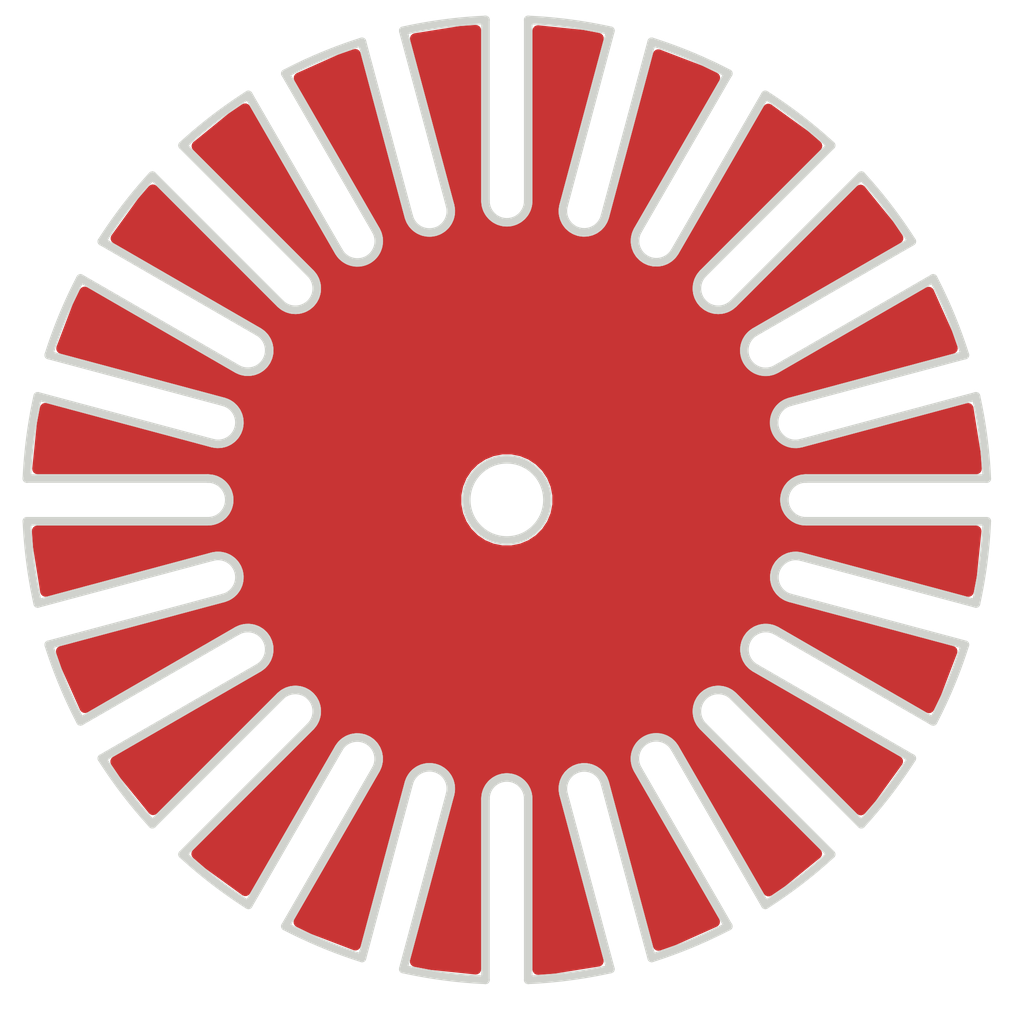
<source format=kicad_pcb>
(kicad_pcb (version 20171130) (host pcbnew 5.1.6)

  (general
    (thickness 1.6002)
    (drawings 97)
    (tracks 0)
    (zones 0)
    (modules 0)
    (nets 1)
  )

  (page A4)
  (title_block
    (rev 1)
  )

  (layers
    (0 Front signal)
    (31 Back signal)
    (34 B.Paste user)
    (35 F.Paste user)
    (36 B.SilkS user)
    (37 F.SilkS user)
    (38 B.Mask user)
    (39 F.Mask user)
    (44 Edge.Cuts user)
    (45 Margin user)
    (46 B.CrtYd user)
    (47 F.CrtYd user)
    (49 F.Fab user)
  )

  (setup
    (last_trace_width 0.25)
    (user_trace_width 0.1)
    (user_trace_width 0.2)
    (user_trace_width 0.5)
    (trace_clearance 0.25)
    (zone_clearance 0)
    (zone_45_only no)
    (trace_min 0.1)
    (via_size 0.8)
    (via_drill 0.4)
    (via_min_size 0.45)
    (via_min_drill 0.2)
    (user_via 0.45 0.2)
    (user_via 0.8 0.4)
    (uvia_size 0.8)
    (uvia_drill 0.4)
    (uvias_allowed no)
    (uvia_min_size 0)
    (uvia_min_drill 0)
    (edge_width 0.1)
    (segment_width 0.1)
    (pcb_text_width 0.3)
    (pcb_text_size 1.5 1.5)
    (mod_edge_width 0.1)
    (mod_text_size 0.8 0.8)
    (mod_text_width 0.1)
    (pad_size 1.524 1.524)
    (pad_drill 0.762)
    (pad_to_mask_clearance 0)
    (solder_mask_min_width 0.1)
    (aux_axis_origin 0 0)
    (visible_elements FFFFFF7F)
    (pcbplotparams
      (layerselection 0x010fc_ffffffff)
      (usegerberextensions false)
      (usegerberattributes false)
      (usegerberadvancedattributes false)
      (creategerberjobfile false)
      (excludeedgelayer true)
      (linewidth 0.152400)
      (plotframeref false)
      (viasonmask false)
      (mode 1)
      (useauxorigin false)
      (hpglpennumber 1)
      (hpglpenspeed 20)
      (hpglpendiameter 15.000000)
      (psnegative false)
      (psa4output false)
      (plotreference true)
      (plotvalue false)
      (plotinvisibletext false)
      (padsonsilk false)
      (subtractmaskfromsilk true)
      (outputformat 1)
      (mirror false)
      (drillshape 0)
      (scaleselection 1)
      (outputdirectory "./gerbers_for_aisler"))
  )

  (net 0 "")

  (net_class Default "This is the default net class."
    (clearance 0.25)
    (trace_width 0.25)
    (via_dia 0.8)
    (via_drill 0.4)
    (uvia_dia 0.8)
    (uvia_drill 0.4)
    (diff_pair_width 0.25)
    (diff_pair_gap 0.25)
  )

  (net_class Min "This is the bare minimum allowed."
    (clearance 0.1)
    (trace_width 0.1)
    (via_dia 0.45)
    (via_drill 0.2)
    (uvia_dia 0.45)
    (uvia_drill 0.2)
    (diff_pair_width 0.12)
    (diff_pair_gap 0.12)
  )

  (gr_line (start 146.867929 100.205304) (end 151.106812 100.205304) (layer Edge.Cuts) (width 0.2))
  (gr_line (start 146.5 98.410608) (end 150.594447 97.313505) (layer Edge.Cuts) (width 0.2))
  (gr_line (start 146.758819 102.034074) (end 150.853266 103.131178) (layer Edge.Cuts) (width 0.2))
  (gr_line (start 134.564629 96.10911) (end 131.567285 93.111767) (layer Edge.Cuts) (width 0.2))
  (gr_arc (start 143.367929 106.767481) (end 143.800941 106.517481) (angle -180) (layer Edge.Cuts) (width 0.2))
  (gr_arc (start 133.106449 102.517037) (end 133.235858 103) (angle -180) (layer Edge.Cuts) (width 0.2))
  (gr_arc (start 136.367929 106.767481) (end 136.800942 107.017481) (angle -180) (layer Edge.Cuts) (width 0.2))
  (gr_line (start 140.367929 93.705304) (end 140.367929 89.466421) (layer Edge.Cuts) (width 0.2))
  (gr_line (start 135.934917 94.893127) (end 133.815475 91.222146) (layer Edge.Cuts) (width 0.2))
  (gr_line (start 133.235858 103) (end 129.141411 104.097103) (layer Edge.Cuts) (width 0.2))
  (gr_arc (start 134.918182 95.755557) (end 134.564629 96.10911) (angle -180) (layer Edge.Cuts) (width 0.2))
  (gr_line (start 138.539159 107.596194) (end 137.442055 111.690641) (layer Edge.Cuts) (width 0.2))
  (gr_arc (start 139.867929 100.705304) (end 151.106812 100.205305) (angle -9.905363635) (layer Edge.Cuts) (width 0.2))
  (gr_arc (start 136.36793 94.643127) (end 135.934917 94.893127) (angle -180) (layer Edge.Cuts) (width 0.2))
  (gr_line (start 145.171229 105.301498) (end 148.168573 108.298841) (layer Edge.Cuts) (width 0.2))
  (gr_arc (start 133.106449 98.893571) (end 132.977039 99.376534) (angle -180) (layer Edge.Cuts) (width 0.2))
  (gr_line (start 142.934916 107.017481) (end 145.054357 110.688462) (layer Edge.Cuts) (width 0.2))
  (gr_line (start 132.867929 101.205303) (end 128.629046 101.205303) (layer Edge.Cuts) (width 0.2))
  (gr_arc (start 134.918182 105.655051) (end 135.271735 106.008604) (angle -180) (layer Edge.Cuts) (width 0.2))
  (gr_arc (start 139.867929 100.705304) (end 137.442055 111.690641) (angle -9.905363635) (layer Edge.Cuts) (width 0.2))
  (gr_arc (start 139.867929 107.705304) (end 140.367928 107.705304) (angle -180) (layer Edge.Cuts) (width 0.2))
  (gr_line (start 136.800942 107.017481) (end 134.681501 110.688462) (layer Edge.Cuts) (width 0.2))
  (gr_line (start 133.555752 97.638317) (end 129.884771 95.518876) (layer Edge.Cuts) (width 0.2))
  (gr_arc (start 133.805752 104.205304) (end 134.055752 104.638316) (angle -180) (layer Edge.Cuts) (width 0.2))
  (gr_line (start 146.758819 99.376534) (end 150.853266 98.27943) (layer Edge.Cuts) (width 0.2))
  (gr_arc (start 139.867929 100.705304) (end 133.815475 91.222146) (angle -9.905363635) (layer Edge.Cuts) (width 0.2))
  (gr_line (start 134.055752 104.638316) (end 130.384771 106.757758) (layer Edge.Cuts) (width 0.2))
  (gr_arc (start 145.930106 97.205305) (end 145.680106 96.772292) (angle -180) (layer Edge.Cuts) (width 0.2))
  (gr_line (start 132.977039 99.376534) (end 128.882592 98.27943) (layer Edge.Cuts) (width 0.2))
  (gr_line (start 145.680106 96.772292) (end 149.351087 94.65285) (layer Edge.Cuts) (width 0.2))
  (gr_arc (start 139.867929 100.705304) (end 149.851087 105.891732) (angle -9.905363635) (layer Edge.Cuts) (width 0.2))
  (gr_arc (start 144.817676 105.655051) (end 145.171229 105.301498) (angle -180) (layer Edge.Cuts) (width 0.2))
  (gr_line (start 142.162625 107.337375) (end 143.259728 111.431822) (layer Edge.Cuts) (width 0.2))
  (gr_circle (center 139.867929 100.705304) (end 140.817929 100.705304) (layer Edge.Cuts) (width 0.2))
  (gr_arc (start 139.867929 100.705304) (end 129.884771 95.518876) (angle -9.905363635) (layer Edge.Cuts) (width 0.2))
  (gr_line (start 139.367929 107.705304) (end 139.367929 111.944187) (layer Edge.Cuts) (width 0.2))
  (gr_arc (start 139.867929 100.705304) (end 134.681501 110.688462) (angle -9.905363635) (layer Edge.Cuts) (width 0.2))
  (gr_arc (start 139.867929 100.705304) (end 136.47613 89.978786) (angle -9.905363635) (layer Edge.Cuts) (width 0.2))
  (gr_line (start 143.800941 94.893127) (end 145.920383 91.222146) (layer Edge.Cuts) (width 0.2))
  (gr_line (start 145.171229 96.10911) (end 148.168573 93.111767) (layer Edge.Cuts) (width 0.2))
  (gr_line (start 139.36793 93.705304) (end 139.36793 89.466421) (layer Edge.Cuts) (width 0.2))
  (gr_arc (start 138.056196 93.943824) (end 137.573233 94.073233) (angle -180) (layer Edge.Cuts) (width 0.2))
  (gr_arc (start 139.867929 100.705304) (end 140.367928 111.944187) (angle -9.905363635) (layer Edge.Cuts) (width 0.2))
  (gr_arc (start 139.867929 100.705304) (end 145.054357 90.722146) (angle -9.905363635) (layer Edge.Cuts) (width 0.2))
  (gr_line (start 142.162625 94.073233) (end 143.259728 89.978786) (layer Edge.Cuts) (width 0.2))
  (gr_line (start 141.196699 93.814414) (end 142.293803 89.719967) (layer Edge.Cuts) (width 0.2))
  (gr_arc (start 139.867929 100.705304) (end 149.351087 94.65285) (angle -9.905363635) (layer Edge.Cuts) (width 0.2))
  (gr_line (start 132.977039 102.034074) (end 128.882592 103.131178) (layer Edge.Cuts) (width 0.2))
  (gr_arc (start 141.679662 93.943824) (end 141.196699 93.814414) (angle -180) (layer Edge.Cuts) (width 0.2))
  (gr_arc (start 139.867929 100.705304) (end 139.367929 89.466421) (angle -9.905363635) (layer Edge.Cuts) (width 0.2))
  (gr_line (start 134.055752 96.772292) (end 130.384771 94.65285) (layer Edge.Cuts) (width 0.2))
  (gr_line (start 135.271735 95.402004) (end 132.274392 92.40466) (layer Edge.Cuts) (width 0.2))
  (gr_line (start 146.180106 97.638317) (end 149.851087 95.518876) (layer Edge.Cuts) (width 0.2))
  (gr_arc (start 139.867929 100.705304) (end 128.882592 98.27943) (angle -9.905363635) (layer Edge.Cuts) (width 0.2))
  (gr_arc (start 139.867929 100.705304) (end 142.293803 89.719967) (angle -9.905363635) (layer Edge.Cuts) (width 0.2))
  (gr_line (start 146.180106 103.772291) (end 149.851087 105.891732) (layer Edge.Cuts) (width 0.2))
  (gr_arc (start 139.867929 93.705304) (end 139.36793 93.705304) (angle -180) (layer Edge.Cuts) (width 0.2))
  (gr_arc (start 143.367929 94.643127) (end 142.934916 94.393127) (angle -180) (layer Edge.Cuts) (width 0.2))
  (gr_arc (start 145.930106 104.205304) (end 146.180106 103.772291) (angle -180) (layer Edge.Cuts) (width 0.2))
  (gr_line (start 142.934916 94.393127) (end 145.054357 90.722146) (layer Edge.Cuts) (width 0.2))
  (gr_line (start 138.539159 93.814414) (end 137.442055 89.719967) (layer Edge.Cuts) (width 0.2))
  (gr_line (start 137.573233 107.337375) (end 136.47613 111.431822) (layer Edge.Cuts) (width 0.2))
  (gr_arc (start 133.805752 97.205305) (end 133.555752 97.638317) (angle -180) (layer Edge.Cuts) (width 0.2))
  (gr_arc (start 139.867929 100.705304) (end 148.168573 108.298841) (angle -9.905363635) (layer Edge.Cuts) (width 0.2))
  (gr_line (start 137.573233 94.073233) (end 136.47613 89.978786) (layer Edge.Cuts) (width 0.2))
  (gr_line (start 136.800942 94.393127) (end 134.681501 90.722146) (layer Edge.Cuts) (width 0.2))
  (gr_arc (start 138.056196 107.466784) (end 138.539159 107.596194) (angle -180) (layer Edge.Cuts) (width 0.2))
  (gr_line (start 144.464123 106.008604) (end 147.461466 109.005948) (layer Edge.Cuts) (width 0.2))
  (gr_arc (start 139.867929 100.705304) (end 147.461466 92.40466) (angle -9.905363635) (layer Edge.Cuts) (width 0.2))
  (gr_line (start 145.680106 104.638316) (end 149.351087 106.757758) (layer Edge.Cuts) (width 0.2))
  (gr_line (start 132.867929 100.205304) (end 128.629046 100.205304) (layer Edge.Cuts) (width 0.2))
  (gr_arc (start 139.867929 100.705304) (end 131.567285 93.111767) (angle -9.905363635) (layer Edge.Cuts) (width 0.2))
  (gr_arc (start 139.867929 100.705304) (end 143.259728 111.431822) (angle -9.905363635) (layer Edge.Cuts) (width 0.2))
  (gr_line (start 135.934917 106.517481) (end 133.815475 110.188462) (layer Edge.Cuts) (width 0.2))
  (gr_arc (start 144.817676 95.755557) (end 144.464123 95.402004) (angle -180) (layer Edge.Cuts) (width 0.2))
  (gr_line (start 134.564629 105.301498) (end 131.567285 108.298841) (layer Edge.Cuts) (width 0.2))
  (gr_line (start 133.235858 98.410608) (end 129.141411 97.313505) (layer Edge.Cuts) (width 0.2))
  (gr_line (start 140.367928 107.705304) (end 140.367928 111.944187) (layer Edge.Cuts) (width 0.2))
  (gr_arc (start 139.867929 100.705304) (end 128.629046 101.205303) (angle -9.905363635) (layer Edge.Cuts) (width 0.2))
  (gr_line (start 144.464123 95.402004) (end 147.461466 92.40466) (layer Edge.Cuts) (width 0.2))
  (gr_arc (start 139.867929 100.705304) (end 130.384771 106.757758) (angle -9.905363635) (layer Edge.Cuts) (width 0.2))
  (gr_arc (start 139.867929 100.705304) (end 132.274392 109.005948) (angle -9.905363635) (layer Edge.Cuts) (width 0.2))
  (gr_arc (start 139.867929 100.705304) (end 145.920383 110.188462) (angle -9.905363635) (layer Edge.Cuts) (width 0.2))
  (gr_arc (start 132.867929 100.705304) (end 132.867929 101.205303) (angle -180) (layer Edge.Cuts) (width 0.2))
  (gr_line (start 141.196699 107.596194) (end 142.293803 111.690641) (layer Edge.Cuts) (width 0.2))
  (gr_arc (start 146.629409 98.893571) (end 146.5 98.410608) (angle -180) (layer Edge.Cuts) (width 0.2))
  (gr_line (start 133.555752 103.772291) (end 129.884771 105.891732) (layer Edge.Cuts) (width 0.2))
  (gr_line (start 135.271735 106.008604) (end 132.274392 109.005948) (layer Edge.Cuts) (width 0.2))
  (gr_line (start 143.800941 106.517481) (end 145.920383 110.188462) (layer Edge.Cuts) (width 0.2))
  (gr_arc (start 139.867929 100.705304) (end 150.594447 97.313505) (angle -9.905363635) (layer Edge.Cuts) (width 0.2))
  (gr_arc (start 139.867929 100.705304) (end 129.141411 104.097103) (angle -9.905363635) (layer Edge.Cuts) (width 0.2))
  (gr_arc (start 139.867929 100.705304) (end 150.853266 103.131178) (angle -9.905363635) (layer Edge.Cuts) (width 0.2))
  (gr_line (start 146.867929 101.205304) (end 151.106812 101.205304) (layer Edge.Cuts) (width 0.2))
  (gr_arc (start 146.867929 100.705304) (end 146.867929 100.205304) (angle -180) (layer Edge.Cuts) (width 0.2))
  (gr_arc (start 141.679662 107.466784) (end 142.162625 107.337375) (angle -180) (layer Edge.Cuts) (width 0.2))
  (gr_arc (start 146.629409 102.517037) (end 146.758819 102.034074) (angle -180) (layer Edge.Cuts) (width 0.2))
  (gr_line (start 146.5 103) (end 150.594447 104.097103) (layer Edge.Cuts) (width 0.2))

  (zone (net 0) (net_name "") (layer Front) (tstamp 0) (hatch edge 0.508)
    (connect_pads yes (clearance 0))
    (min_thickness 0.254)
    (fill yes (arc_segments 32) (thermal_gap 0.508) (thermal_bridge_width 0.508))
    (polygon
      (pts
        (xy 152 113) (xy 128 113) (xy 128 89) (xy 152 89)
      )
    )
    (filled_polygon
      (pts
        (xy 139.14093 93.716451) (xy 139.142062 93.727944) (xy 139.142062 93.734436) (xy 139.142394 93.737587) (xy 139.153271 93.834562)
        (xy 139.157541 93.854655) (xy 139.161544 93.87487) (xy 139.162479 93.87789) (xy 139.162481 93.877897) (xy 139.162484 93.877903)
        (xy 139.191988 93.970913) (xy 139.200079 93.989792) (xy 139.207933 94.008846) (xy 139.209441 94.011634) (xy 139.256452 94.097145)
        (xy 139.268054 94.114089) (xy 139.279461 94.131258) (xy 139.281477 94.133694) (xy 139.281481 94.1337) (xy 139.281486 94.133705)
        (xy 139.344206 94.208453) (xy 139.358891 94.222833) (xy 139.373404 94.237448) (xy 139.37586 94.239451) (xy 139.45191 94.300595)
        (xy 139.469114 94.311853) (xy 139.486181 94.323365) (xy 139.488979 94.324853) (xy 139.575457 94.370063) (xy 139.59454 94.377773)
        (xy 139.6135 94.385743) (xy 139.616534 94.386659) (xy 139.710147 94.414211) (xy 139.730333 94.418062) (xy 139.750512 94.422204)
        (xy 139.753662 94.422513) (xy 139.753666 94.422513) (xy 139.850847 94.431357) (xy 139.871421 94.431214) (xy 139.891994 94.431357)
        (xy 139.895148 94.431048) (xy 139.89515 94.431048) (xy 139.992196 94.420847) (xy 140.012325 94.416715) (xy 140.03256 94.412855)
        (xy 140.035594 94.411939) (xy 140.128812 94.383083) (xy 140.147743 94.375125) (xy 140.166855 94.367403) (xy 140.169653 94.365915)
        (xy 140.255491 94.319502) (xy 140.272533 94.308007) (xy 140.289765 94.296731) (xy 140.292221 94.294728) (xy 140.367409 94.232526)
        (xy 140.381902 94.217932) (xy 140.396606 94.203533) (xy 140.398621 94.201097) (xy 140.398627 94.201091) (xy 140.398631 94.201084)
        (xy 140.460301 94.12547) (xy 140.47167 94.108358) (xy 140.483311 94.091357) (xy 140.484815 94.088574) (xy 140.484818 94.08857)
        (xy 140.48482 94.088566) (xy 140.53063 94.002409) (xy 140.538462 93.983408) (xy 140.546575 93.964478) (xy 140.54751 93.961456)
        (xy 140.547513 93.961449) (xy 140.547514 93.961442) (xy 140.575717 93.868032) (xy 140.57971 93.84787) (xy 140.583992 93.827723)
        (xy 140.584323 93.824571) (xy 140.593845 93.727454) (xy 140.594929 93.716452) (xy 140.594929 89.718077) (xy 141.64268 89.826302)
        (xy 142.011368 89.896966) (xy 140.974549 93.766431) (xy 140.972669 93.777819) (xy 140.970987 93.784096) (xy 140.970491 93.787226)
        (xy 140.955899 93.883712) (xy 140.954824 93.904227) (xy 140.953459 93.924788) (xy 140.953581 93.927954) (xy 140.958008 94.025436)
        (xy 140.960935 94.045746) (xy 140.963592 94.066201) (xy 140.964326 94.069283) (xy 140.987602 94.16405) (xy 140.994434 94.183452)
        (xy 141.000999 94.202958) (xy 141.002315 94.205831) (xy 141.002317 94.205837) (xy 141.002319 94.20584) (xy 141.04356 94.29428)
        (xy 141.054025 94.311975) (xy 141.064257 94.329841) (xy 141.066111 94.332411) (xy 141.123743 94.411157) (xy 141.137453 94.42649)
        (xy 141.150954 94.442022) (xy 141.153272 94.444183) (xy 141.225102 94.510235) (xy 141.241508 94.522598) (xy 141.257792 94.535229)
        (xy 141.260486 94.536899) (xy 141.343778 94.58774) (xy 141.362315 94.596701) (xy 141.380695 94.605905) (xy 141.383657 94.607018)
        (xy 141.383665 94.607022) (xy 141.383673 94.607024) (xy 141.475242 94.640716) (xy 141.495142 94.6459) (xy 141.51499 94.651367)
        (xy 141.518109 94.651883) (xy 141.518114 94.651884) (xy 141.518119 94.651884) (xy 141.614498 94.667149) (xy 141.635032 94.668369)
        (xy 141.655555 94.669876) (xy 141.658722 94.669777) (xy 141.756233 94.666031) (xy 141.776582 94.663243) (xy 141.797036 94.660732)
        (xy 141.800124 94.660019) (xy 141.895051 94.637405) (xy 141.9145 94.630708) (xy 141.934051 94.62428) (xy 141.936942 94.622981)
        (xy 142.025668 94.582359) (xy 142.043478 94.571993) (xy 142.061374 94.561909) (xy 142.063958 94.560073) (xy 142.143104 94.502991)
        (xy 142.158537 94.489385) (xy 142.174159 94.475995) (xy 142.176336 94.473693) (xy 142.242887 94.402325) (xy 142.255362 94.386009)
        (xy 142.268106 94.369813) (xy 142.269795 94.367131) (xy 142.321217 94.284196) (xy 142.330282 94.265773) (xy 142.339641 94.247405)
        (xy 142.340776 94.244446) (xy 142.37511 94.153103) (xy 142.375114 94.153089) (xy 142.379004 94.142753) (xy 143.41386 90.280618)
        (xy 144.397889 90.656329) (xy 144.735736 90.820015) (xy 142.732755 94.289282) (xy 142.727992 94.299795) (xy 142.724743 94.305422)
        (xy 142.723454 94.308317) (xy 142.684386 94.397739) (xy 142.678037 94.417278) (xy 142.671397 94.436785) (xy 142.670695 94.439875)
        (xy 142.649741 94.535181) (xy 142.647309 94.555579) (xy 142.644584 94.576003) (xy 142.644496 94.579171) (xy 142.642452 94.676732)
        (xy 142.644029 94.69723) (xy 142.645322 94.717783) (xy 142.645851 94.720907) (xy 142.662797 94.817008) (xy 142.66833 94.836825)
        (xy 142.673585 94.856712) (xy 142.67471 94.859675) (xy 142.709998 94.950654) (xy 142.719279 94.969027) (xy 142.728295 94.987512)
        (xy 142.729974 94.990199) (xy 142.782262 95.072591) (xy 142.794907 95.088776) (xy 142.807367 95.105191) (xy 142.809532 95.107496)
        (xy 142.809537 95.107502) (xy 142.809542 95.107507) (xy 142.876832 95.178168) (xy 142.892408 95.191614) (xy 142.907792 95.205272)
        (xy 142.910368 95.207117) (xy 142.990108 95.263367) (xy 143.008016 95.27354) (xy 143.025744 95.283941) (xy 143.02863 95.285251)
        (xy 143.117777 95.32494) (xy 143.137252 95.331419) (xy 143.156726 95.3382) (xy 143.159812 95.338923) (xy 143.159815 95.338924)
        (xy 143.159818 95.338924) (xy 143.254968 95.360543) (xy 143.275371 95.363121) (xy 143.295758 95.365986) (xy 143.298919 95.366097)
        (xy 143.298925 95.366097) (xy 143.39647 95.368821) (xy 143.417004 95.367385) (xy 143.437535 95.366237) (xy 143.440663 95.36573)
        (xy 143.440667 95.36573) (xy 143.536881 95.349456) (xy 143.556744 95.344059) (xy 143.576662 95.338945) (xy 143.579633 95.337841)
        (xy 143.670856 95.303189) (xy 143.689257 95.294054) (xy 143.707839 95.285151) (xy 143.710539 95.28349) (xy 143.793294 95.231779)
        (xy 143.8096 95.219222) (xy 143.826069 95.206901) (xy 143.828394 95.204748) (xy 143.899529 95.137948) (xy 143.913064 95.122488)
        (xy 143.926849 95.107177) (xy 143.928707 95.104619) (xy 143.928711 95.104614) (xy 143.928714 95.104609) (xy 143.985516 95.025268)
        (xy 143.985525 95.025253) (xy 143.991954 95.016281) (xy 145.991143 91.553586) (xy 146.844413 92.171189) (xy 147.128371 92.416728)
        (xy 144.295727 95.249374) (xy 144.288405 95.258296) (xy 144.28381 95.262891) (xy 144.281816 95.265354) (xy 144.220936 95.341617)
        (xy 144.209741 95.358856) (xy 144.198284 95.37597) (xy 144.19681 95.378768) (xy 144.196807 95.378772) (xy 144.196807 95.378773)
        (xy 144.1519 95.465408) (xy 144.144266 95.484495) (xy 144.136353 95.503504) (xy 144.13545 95.506535) (xy 144.135447 95.506542)
        (xy 144.135446 95.506549) (xy 144.108223 95.600249) (xy 144.104446 95.620432) (xy 144.100371 95.640642) (xy 144.100073 95.643797)
        (xy 144.091568 95.741009) (xy 144.091783 95.761546) (xy 144.091711 95.782156) (xy 144.092032 95.785309) (xy 144.102571 95.882321)
        (xy 144.10678 95.90247) (xy 144.110704 95.922656) (xy 144.11163 95.925687) (xy 144.140811 96.018804) (xy 144.148849 96.03774)
        (xy 144.156624 96.056792) (xy 144.158122 96.059585) (xy 144.204834 96.145261) (xy 144.216385 96.162259) (xy 144.227724 96.179454)
        (xy 144.229731 96.181897) (xy 144.229735 96.181903) (xy 144.22974 96.181908) (xy 144.2922 96.256875) (xy 144.306813 96.271286)
        (xy 144.321296 96.285972) (xy 144.323745 96.287983) (xy 144.399581 96.349393) (xy 144.416736 96.360704) (xy 144.433772 96.372282)
        (xy 144.436565 96.373779) (xy 144.522885 96.419291) (xy 144.541916 96.427058) (xy 144.560875 96.435105) (xy 144.563897 96.436029)
        (xy 144.563903 96.436031) (xy 144.563909 96.436032) (xy 144.657422 96.463909) (xy 144.677577 96.467827) (xy 144.697757 96.472043)
        (xy 144.70091 96.472363) (xy 144.798059 96.481546) (xy 144.818634 96.481474) (xy 144.839205 96.481689) (xy 144.84236 96.481391)
        (xy 144.842362 96.481391) (xy 144.939444 96.47153) (xy 144.959598 96.467467) (xy 144.979836 96.463679) (xy 144.982863 96.462776)
        (xy 144.982873 96.462774) (xy 144.982882 96.46277) (xy 145.076191 96.434243) (xy 145.095175 96.426341) (xy 145.114288 96.418696)
        (xy 145.117087 96.41722) (xy 145.117092 96.417218) (xy 145.117096 96.417215) (xy 145.203093 96.371105) (xy 145.220176 96.359669)
        (xy 145.237446 96.348453) (xy 145.239909 96.346459) (xy 145.315314 96.28452) (xy 145.315322 96.284512) (xy 145.323859 96.277506)
        (xy 148.151139 93.450228) (xy 148.815481 94.267622) (xy 149.026219 94.578296) (xy 145.556952 96.581279) (xy 145.547572 96.588001)
        (xy 145.541944 96.59125) (xy 145.53938 96.593113) (xy 145.460836 96.65102) (xy 145.445565 96.664769) (xy 145.430065 96.678339)
        (xy 145.427918 96.680659) (xy 145.427912 96.680664) (xy 145.427908 96.68067) (xy 145.362111 96.752726) (xy 145.349814 96.769163)
        (xy 145.337232 96.785502) (xy 145.335572 96.788202) (xy 145.285022 96.871671) (xy 145.276138 96.890213) (xy 145.266985 96.908652)
        (xy 145.26588 96.911622) (xy 145.232504 97.00332) (xy 145.227388 97.023244) (xy 145.221993 97.043103) (xy 145.221486 97.046231)
        (xy 145.206557 97.142666) (xy 145.20541 97.163179) (xy 145.203973 97.183734) (xy 145.204084 97.186901) (xy 145.208171 97.284399)
        (xy 145.211034 97.304768) (xy 145.213613 97.325183) (xy 145.214337 97.328268) (xy 145.237283 97.423115) (xy 145.244042 97.442525)
        (xy 145.250543 97.462067) (xy 145.251852 97.464953) (xy 145.292783 97.553536) (xy 145.303191 97.571277) (xy 145.313358 97.589173)
        (xy 145.315198 97.591744) (xy 145.315201 97.591748) (xy 145.315203 97.59175) (xy 145.372561 97.670696) (xy 145.386195 97.686052)
        (xy 145.399663 97.701655) (xy 145.401973 97.703824) (xy 145.473572 97.770126) (xy 145.489951 97.782559) (xy 145.506174 97.795233)
        (xy 145.508855 97.796908) (xy 145.50886 97.796912) (xy 145.508865 97.796914) (xy 145.591975 97.848044) (xy 145.610433 97.857047)
        (xy 145.628831 97.86634) (xy 145.631794 97.867465) (xy 145.723256 97.90148) (xy 145.743166 97.90674) (xy 145.762965 97.912268)
        (xy 145.766089 97.912797) (xy 145.862417 97.928399) (xy 145.882961 97.929692) (xy 145.903466 97.931269) (xy 145.906634 97.931181)
        (xy 146.004157 97.927775) (xy 146.024515 97.925058) (xy 146.044979 97.922618) (xy 146.048069 97.921916) (xy 146.143074 97.899633)
        (xy 146.162571 97.892996) (xy 146.182119 97.886644) (xy 146.185008 97.885358) (xy 146.185013 97.885356) (xy 146.185017 97.885353)
        (xy 146.273881 97.845043) (xy 146.2739 97.845032) (xy 146.283951 97.840478) (xy 149.746647 95.841291) (xy 150.176797 96.802782)
        (xy 150.299944 97.15741) (xy 146.43048 98.194229) (xy 146.419677 98.198295) (xy 146.4134 98.199977) (xy 146.410441 98.201113)
        (xy 146.319586 98.236719) (xy 146.301292 98.24604) (xy 146.282796 98.255141) (xy 146.280115 98.25683) (xy 146.197905 98.309404)
        (xy 146.181731 98.322132) (xy 146.16539 98.334626) (xy 146.163087 98.336804) (xy 146.092656 98.404346) (xy 146.079268 98.419966)
        (xy 146.065663 98.435398) (xy 146.063828 98.437979) (xy 146.063825 98.437983) (xy 146.063823 98.437987) (xy 146.007855 98.517916)
        (xy 145.99775 98.535849) (xy 145.987405 98.553624) (xy 145.986106 98.556515) (xy 145.946727 98.645798) (xy 145.940298 98.665351)
        (xy 145.933603 98.684797) (xy 145.93289 98.687885) (xy 145.911603 98.783118) (xy 145.909101 98.803492) (xy 145.906303 98.823923)
        (xy 145.906204 98.82709) (xy 145.90382 98.924644) (xy 145.905324 98.945133) (xy 145.906546 98.9657) (xy 145.907064 98.968826)
        (xy 145.923673 99.064985) (xy 145.929132 99.084802) (xy 145.934324 99.104733) (xy 145.935439 99.1077) (xy 145.97041 99.198801)
        (xy 145.979594 99.21714) (xy 145.988575 99.235719) (xy 145.990245 99.238412) (xy 146.042245 99.320986) (xy 146.054818 99.337195)
        (xy 146.067237 99.353676) (xy 146.069399 99.355993) (xy 146.136447 99.426894) (xy 146.151938 99.44036) (xy 146.167312 99.454106)
        (xy 146.169877 99.455955) (xy 146.169882 99.455959) (xy 146.169887 99.455962) (xy 146.249425 99.512487) (xy 146.267244 99.522692)
        (xy 146.284987 99.533185) (xy 146.287868 99.534504) (xy 146.376875 99.574506) (xy 146.39636 99.581064) (xy 146.415783 99.587903)
        (xy 146.418859 99.588635) (xy 146.418864 99.588637) (xy 146.418869 99.588638) (xy 146.513948 99.610588) (xy 146.534355 99.613238)
        (xy 146.554712 99.616172) (xy 146.557879 99.616294) (xy 146.655413 99.61936) (xy 146.675903 99.617999) (xy 146.69649 99.61692)
        (xy 146.69962 99.616424) (xy 146.795893 99.600486) (xy 146.795902 99.600484) (xy 146.806802 99.598684) (xy 150.668938 98.563828)
        (xy 150.835577 99.603879) (xy 150.862744 99.978304) (xy 146.856781 99.978304) (xy 146.845288 99.979436) (xy 146.838797 99.979436)
        (xy 146.835646 99.979768) (xy 146.738671 99.990645) (xy 146.718578 99.994915) (xy 146.698363 99.998918) (xy 146.695343 99.999853)
        (xy 146.695336 99.999855) (xy 146.69533 99.999858) (xy 146.60232 100.029362) (xy 146.583415 100.037464) (xy 146.564388 100.045307)
        (xy 146.5616 100.046814) (xy 146.476087 100.093825) (xy 146.459093 100.105461) (xy 146.441973 100.116836) (xy 146.439531 100.118856)
        (xy 146.364779 100.181581) (xy 146.350416 100.196249) (xy 146.335786 100.210777) (xy 146.333784 100.213233) (xy 146.272638 100.289283)
        (xy 146.261384 100.306481) (xy 146.249867 100.323556) (xy 146.248382 100.326349) (xy 146.248379 100.326353) (xy 146.248379 100.326354)
        (xy 146.203169 100.412833) (xy 146.195464 100.431902) (xy 146.187489 100.450875) (xy 146.186573 100.453909) (xy 146.159021 100.54752)
        (xy 146.15517 100.567708) (xy 146.151028 100.587886) (xy 146.150719 100.59104) (xy 146.141875 100.688222) (xy 146.142018 100.708795)
        (xy 146.141875 100.729369) (xy 146.142184 100.732523) (xy 146.152385 100.829571) (xy 146.156518 100.849706) (xy 146.160377 100.869935)
        (xy 146.161293 100.872969) (xy 146.190149 100.966187) (xy 146.19811 100.985125) (xy 146.205829 101.004232) (xy 146.207317 101.00703)
        (xy 146.25373 101.092867) (xy 146.265231 101.109918) (xy 146.276501 101.12714) (xy 146.278504 101.129596) (xy 146.340706 101.204784)
        (xy 146.355299 101.219276) (xy 146.369698 101.23398) (xy 146.372134 101.235995) (xy 146.372141 101.236002) (xy 146.372149 101.236007)
        (xy 146.447761 101.297676) (xy 146.464865 101.30904) (xy 146.481876 101.320688) (xy 146.484664 101.322195) (xy 146.570825 101.368007)
        (xy 146.589833 101.375841) (xy 146.608755 101.383951) (xy 146.611781 101.384887) (xy 146.611785 101.384889) (xy 146.611789 101.38489)
        (xy 146.705201 101.413093) (xy 146.725363 101.417086) (xy 146.74551 101.421368) (xy 146.748656 101.421698) (xy 146.748659 101.421699)
        (xy 146.748662 101.421699) (xy 146.845779 101.431221) (xy 146.845786 101.431221) (xy 146.856781 101.432304) (xy 150.855156 101.432304)
        (xy 150.746931 102.480056) (xy 150.676267 102.848743) (xy 146.806802 101.811924) (xy 146.795414 101.810044) (xy 146.789137 101.808362)
        (xy 146.786007 101.807866) (xy 146.689521 101.793274) (xy 146.668973 101.792197) (xy 146.648445 101.790834) (xy 146.645278 101.790956)
        (xy 146.547797 101.795383) (xy 146.527506 101.798307) (xy 146.507033 101.800966) (xy 146.50395 101.801701) (xy 146.409184 101.824977)
        (xy 146.389793 101.831805) (xy 146.370275 101.838374) (xy 146.367402 101.83969) (xy 146.367396 101.839692) (xy 146.367393 101.839694)
        (xy 146.278953 101.880935) (xy 146.261258 101.8914) (xy 146.243392 101.901632) (xy 146.240823 101.903485) (xy 146.24082 101.903487)
        (xy 146.240817 101.90349) (xy 146.162076 101.961119) (xy 146.146747 101.974824) (xy 146.131211 101.988329) (xy 146.129055 101.990642)
        (xy 146.129049 101.990647) (xy 146.129044 101.990653) (xy 146.062998 102.062477) (xy 146.050647 102.078867) (xy 146.038004 102.095167)
        (xy 146.036334 102.097861) (xy 145.985493 102.181153) (xy 145.976553 102.199647) (xy 145.967327 102.218071) (xy 145.966213 102.221037)
        (xy 145.932517 102.312618) (xy 145.927343 102.332478) (xy 145.921866 102.352366) (xy 145.921349 102.355492) (xy 145.906084 102.451873)
        (xy 145.904864 102.472407) (xy 145.903357 102.49293) (xy 145.903456 102.496097) (xy 145.907202 102.593608) (xy 145.90999 102.613957)
        (xy 145.912501 102.634411) (xy 145.913214 102.637499) (xy 145.935828 102.732426) (xy 145.942525 102.751875) (xy 145.948953 102.771426)
        (xy 145.950252 102.774317) (xy 145.990874 102.863043) (xy 146.00124 102.880853) (xy 146.011324 102.898749) (xy 146.01316 102.901333)
        (xy 146.070242 102.980479) (xy 146.083848 102.995912) (xy 146.097238 103.011534) (xy 146.09954 103.013711) (xy 146.170908 103.080262)
        (xy 146.187224 103.092737) (xy 146.20342 103.105481) (xy 146.206102 103.10717) (xy 146.289037 103.158592) (xy 146.30746 103.167657)
        (xy 146.325828 103.177016) (xy 146.328787 103.178151) (xy 146.42013 103.212485) (xy 146.420144 103.212489) (xy 146.43048 103.216379)
        (xy 150.292615 104.251235) (xy 149.916902 105.235268) (xy 149.753218 105.573111) (xy 146.283951 103.57013) (xy 146.273438 103.565367)
        (xy 146.267811 103.562118) (xy 146.264916 103.560829) (xy 146.175494 103.521761) (xy 146.155955 103.515412) (xy 146.136448 103.508772)
        (xy 146.133358 103.50807) (xy 146.038052 103.487116) (xy 146.017654 103.484684) (xy 145.99723 103.481959) (xy 145.994062 103.481871)
        (xy 145.896501 103.479827) (xy 145.876001 103.481404) (xy 145.855451 103.482697) (xy 145.852334 103.483225) (xy 145.852329 103.483225)
        (xy 145.852324 103.483226) (xy 145.756226 103.500172) (xy 145.736418 103.505702) (xy 145.716521 103.51096) (xy 145.713558 103.512085)
        (xy 145.622579 103.547373) (xy 145.604206 103.556654) (xy 145.585721 103.56567) (xy 145.583033 103.567349) (xy 145.500642 103.619637)
        (xy 145.484457 103.632282) (xy 145.468042 103.644742) (xy 145.465737 103.646907) (xy 145.465731 103.646912) (xy 145.465726 103.646917)
        (xy 145.395065 103.714207) (xy 145.38165 103.729747) (xy 145.367961 103.745166) (xy 145.366122 103.747736) (xy 145.366116 103.747743)
        (xy 145.366112 103.74775) (xy 145.309866 103.827482) (xy 145.299699 103.845378) (xy 145.289291 103.863119) (xy 145.287982 103.866006)
        (xy 145.248292 103.955152) (xy 145.241799 103.974672) (xy 145.235033 103.994101) (xy 145.234309 103.997187) (xy 145.21269 104.092344)
        (xy 145.210113 104.112737) (xy 145.207247 104.133133) (xy 145.207136 104.1363) (xy 145.204412 104.233845) (xy 145.205848 104.254379)
        (xy 145.206996 104.27491) (xy 145.207503 104.278039) (xy 145.223777 104.374256) (xy 145.229174 104.394119) (xy 145.234288 104.414037)
        (xy 145.235392 104.417008) (xy 145.270044 104.508231) (xy 145.279179 104.526632) (xy 145.288082 104.545214) (xy 145.289743 104.547914)
        (xy 145.341454 104.630669) (xy 145.354011 104.646975) (xy 145.366332 104.663444) (xy 145.368485 104.665769) (xy 145.435285 104.736904)
        (xy 145.450745 104.750439) (xy 145.466056 104.764224) (xy 145.468614 104.766082) (xy 145.468619 104.766086) (xy 145.468624 104.766089)
        (xy 145.547965 104.822891) (xy 145.54798 104.8229) (xy 145.556952 104.829329) (xy 149.019648 106.828518) (xy 148.402049 107.681781)
        (xy 148.156505 107.965746) (xy 145.323859 105.133102) (xy 145.314937 105.12578) (xy 145.310342 105.121185) (xy 145.307879 105.119191)
        (xy 145.231616 105.058311) (xy 145.214377 105.047116) (xy 145.197263 105.035659) (xy 145.194465 105.034185) (xy 145.194461 105.034182)
        (xy 145.194457 105.03418) (xy 145.107825 104.989275) (xy 145.088738 104.981641) (xy 145.069729 104.973728) (xy 145.066698 104.972825)
        (xy 145.066691 104.972822) (xy 145.066684 104.972821) (xy 144.972984 104.945598) (xy 144.952801 104.941821) (xy 144.932591 104.937746)
        (xy 144.929438 104.937448) (xy 144.929436 104.937448) (xy 144.832224 104.928943) (xy 144.811687 104.929158) (xy 144.791077 104.929086)
        (xy 144.787924 104.929407) (xy 144.690912 104.939946) (xy 144.670783 104.944151) (xy 144.650576 104.948079) (xy 144.647546 104.949005)
        (xy 144.554429 104.978186) (xy 144.53551 104.986217) (xy 144.516441 104.993999) (xy 144.513648 104.995497) (xy 144.427972 105.042209)
        (xy 144.410968 105.053764) (xy 144.39378 105.065098) (xy 144.391336 105.067106) (xy 144.39133 105.06711) (xy 144.391325 105.067115)
        (xy 144.316359 105.129574) (xy 144.301911 105.144224) (xy 144.287261 105.158672) (xy 144.285255 105.161115) (xy 144.285251 105.161119)
        (xy 144.28525 105.161121) (xy 144.22384 105.236956) (xy 144.212513 105.254133) (xy 144.200951 105.271147) (xy 144.199457 105.273934)
        (xy 144.199452 105.273942) (xy 144.199449 105.27395) (xy 144.153942 105.36026) (xy 144.146175 105.379291) (xy 144.138128 105.39825)
        (xy 144.137204 105.401272) (xy 144.137202 105.401278) (xy 144.137202 105.40128) (xy 144.109324 105.494796) (xy 144.105404 105.514959)
        (xy 144.10119 105.535132) (xy 144.10087 105.538285) (xy 144.091687 105.635434) (xy 144.091759 105.656009) (xy 144.091544 105.67658)
        (xy 144.091842 105.679735) (xy 144.101703 105.776819) (xy 144.105766 105.796973) (xy 144.109554 105.817211) (xy 144.110457 105.820238)
        (xy 144.110459 105.820248) (xy 144.110463 105.820257) (xy 144.13899 105.913566) (xy 144.146892 105.93255) (xy 144.154537 105.951663)
        (xy 144.156013 105.954462) (xy 144.156015 105.954467) (xy 144.156018 105.954471) (xy 144.202128 106.040468) (xy 144.213564 106.057551)
        (xy 144.22478 106.074821) (xy 144.226774 106.077284) (xy 144.288713 106.152689) (xy 144.288721 106.152697) (xy 144.295727 106.161234)
        (xy 147.123006 108.988515) (xy 146.305611 109.652856) (xy 145.994937 109.863594) (xy 143.991954 106.394327) (xy 143.985232 106.384947)
        (xy 143.981983 106.379319) (xy 143.98012 106.376755) (xy 143.922213 106.298211) (xy 143.90844 106.282914) (xy 143.894892 106.267439)
        (xy 143.892574 106.265292) (xy 143.892569 106.265287) (xy 143.892564 106.265283) (xy 143.820506 106.199486) (xy 143.804064 106.187186)
        (xy 143.787732 106.174609) (xy 143.785033 106.172949) (xy 143.701564 106.122398) (xy 143.683023 106.113514) (xy 143.664579 106.104359)
        (xy 143.661618 106.103258) (xy 143.661611 106.103255) (xy 143.661604 106.103253) (xy 143.569911 106.06988) (xy 143.550024 106.064774)
        (xy 143.53013 106.059369) (xy 143.527002 106.058862) (xy 143.430567 106.043933) (xy 143.410054 106.042786) (xy 143.389499 106.041349)
        (xy 143.386332 106.04146) (xy 143.288835 106.045547) (xy 143.268479 106.048408) (xy 143.248049 106.050989) (xy 143.244965 106.051713)
        (xy 143.244963 106.051713) (xy 143.244961 106.051714) (xy 143.150118 106.074659) (xy 143.130727 106.081412) (xy 143.111167 106.087919)
        (xy 143.108281 106.089228) (xy 143.019697 106.130159) (xy 143.001941 106.140577) (xy 142.984061 106.150734) (xy 142.981484 106.152578)
        (xy 142.902538 106.209937) (xy 142.887147 106.223602) (xy 142.87158 106.237039) (xy 142.86941 106.239349) (xy 142.803108 106.310948)
        (xy 142.790676 106.327327) (xy 142.778001 106.34355) (xy 142.776322 106.346237) (xy 142.72519 106.429351) (xy 142.716172 106.447841)
        (xy 142.706894 106.466209) (xy 142.705768 106.469172) (xy 142.671754 106.560635) (xy 142.666497 106.580533) (xy 142.660967 106.600341)
        (xy 142.660438 106.603465) (xy 142.644836 106.699792) (xy 142.643543 106.720336) (xy 142.641966 106.740841) (xy 142.642054 106.744009)
        (xy 142.64546 106.841532) (xy 142.648177 106.86189) (xy 142.650617 106.882354) (xy 142.651319 106.885444) (xy 142.673602 106.980449)
        (xy 142.680239 106.999946) (xy 142.686591 107.019494) (xy 142.687877 107.022383) (xy 142.687879 107.022388) (xy 142.68788 107.022389)
        (xy 142.72818 107.111229) (xy 142.732755 107.121326) (xy 144.731942 110.584022) (xy 143.770451 111.014172) (xy 143.415824 111.137319)
        (xy 142.379004 107.267855) (xy 142.374938 107.257052) (xy 142.373256 107.250775) (xy 142.37212 107.247816) (xy 142.336514 107.156961)
        (xy 142.327193 107.138667) (xy 142.318092 107.120171) (xy 142.316403 107.11749) (xy 142.263829 107.03528) (xy 142.251095 107.019098)
        (xy 142.238607 107.002765) (xy 142.236429 107.000462) (xy 142.168887 106.930031) (xy 142.153267 106.916643) (xy 142.137835 106.903038)
        (xy 142.135252 106.901202) (xy 142.13525 106.9012) (xy 142.135246 106.901198) (xy 142.055317 106.84523) (xy 142.037384 106.835125)
        (xy 142.019609 106.82478) (xy 142.016724 106.823484) (xy 142.016721 106.823482) (xy 142.016718 106.823481) (xy 141.927435 106.784102)
        (xy 141.907882 106.777673) (xy 141.888436 106.770978) (xy 141.885351 106.770266) (xy 141.885349 106.770265) (xy 141.885347 106.770265)
        (xy 141.790115 106.748978) (xy 141.769741 106.746476) (xy 141.74931 106.743678) (xy 141.746143 106.743579) (xy 141.648589 106.741195)
        (xy 141.6281 106.742699) (xy 141.607533 106.743921) (xy 141.604409 106.744439) (xy 141.604405 106.744439) (xy 141.604402 106.74444)
        (xy 141.508248 106.761048) (xy 141.488467 106.766497) (xy 141.4685 106.771698) (xy 141.465538 106.772812) (xy 141.465534 106.772814)
        (xy 141.374432 106.807785) (xy 141.356065 106.816983) (xy 141.337515 106.82595) (xy 141.334821 106.82762) (xy 141.252247 106.879619)
        (xy 141.235974 106.892241) (xy 141.219558 106.904612) (xy 141.217248 106.906767) (xy 141.217241 106.906772) (xy 141.217236 106.906778)
        (xy 141.146339 106.973822) (xy 141.132873 106.989313) (xy 141.119127 107.004687) (xy 141.117278 107.007252) (xy 141.117274 107.007257)
        (xy 141.117271 107.007262) (xy 141.060746 107.086801) (xy 141.050528 107.104642) (xy 141.040049 107.122362) (xy 141.038729 107.125243)
        (xy 140.998727 107.21425) (xy 140.992166 107.233745) (xy 140.98533 107.253158) (xy 140.984598 107.256231) (xy 140.984596 107.256238)
        (xy 140.984596 107.256241) (xy 140.962645 107.351323) (xy 140.959995 107.37173) (xy 140.957061 107.392087) (xy 140.956939 107.395254)
        (xy 140.953873 107.492788) (xy 140.955234 107.513278) (xy 140.956313 107.533865) (xy 140.956809 107.536995) (xy 140.972747 107.633268)
        (xy 140.972749 107.633277) (xy 140.974549 107.644177) (xy 142.009405 111.506313) (xy 140.969354 111.672952) (xy 140.594928 111.70012)
        (xy 140.594928 107.694156) (xy 140.593796 107.682663) (xy 140.593796 107.676172) (xy 140.593464 107.673021) (xy 140.582587 107.576046)
        (xy 140.578317 107.555953) (xy 140.574314 107.535738) (xy 140.573379 107.532718) (xy 140.573377 107.532711) (xy 140.573374 107.532705)
        (xy 140.54387 107.439695) (xy 140.535775 107.420808) (xy 140.527924 107.401761) (xy 140.526417 107.398974) (xy 140.479406 107.313462)
        (xy 140.467792 107.296501) (xy 140.456397 107.27935) (xy 140.454381 107.276914) (xy 140.454377 107.276908) (xy 140.454372 107.276903)
        (xy 140.391652 107.202156) (xy 140.376987 107.187794) (xy 140.362454 107.17316) (xy 140.359998 107.171157) (xy 140.283948 107.110012)
        (xy 140.266717 107.098737) (xy 140.249677 107.087243) (xy 140.246879 107.085755) (xy 140.160401 107.040545) (xy 140.141321 107.032836)
        (xy 140.122357 107.024865) (xy 140.119328 107.02395) (xy 140.119322 107.023948) (xy 140.025711 106.996397) (xy 140.005545 106.99255)
        (xy 139.985347 106.988404) (xy 139.982193 106.988095) (xy 139.885011 106.979251) (xy 139.864438 106.979394) (xy 139.843865 106.979251)
        (xy 139.840711 106.97956) (xy 139.840709 106.97956) (xy 139.743662 106.98976) (xy 139.723503 106.993899) (xy 139.703298 106.997753)
        (xy 139.700264 106.998669) (xy 139.607046 107.027525) (xy 139.588115 107.035483) (xy 139.569003 107.043205) (xy 139.566205 107.044693)
        (xy 139.480366 107.091106) (xy 139.463307 107.102612) (xy 139.446093 107.113877) (xy 139.443637 107.11588) (xy 139.368448 107.178082)
        (xy 139.353953 107.192678) (xy 139.339251 107.207076) (xy 139.337236 107.209512) (xy 139.337231 107.209517) (xy 139.337227 107.209522)
        (xy 139.275557 107.285138) (xy 139.264186 107.302253) (xy 139.252547 107.319252) (xy 139.25104 107.322039) (xy 139.205228 107.408199)
        (xy 139.197396 107.4272) (xy 139.189283 107.44613) (xy 139.188348 107.449152) (xy 139.188345 107.449159) (xy 139.188345 107.44916)
        (xy 139.160141 107.542576) (xy 139.156148 107.562738) (xy 139.151866 107.582885) (xy 139.151535 107.586036) (xy 139.14207 107.682572)
        (xy 139.140929 107.694157) (xy 139.14093 111.692532) (xy 138.093177 111.584306) (xy 137.724489 111.513642) (xy 138.761309 107.644178)
        (xy 138.763189 107.632788) (xy 138.764871 107.626512) (xy 138.765367 107.623382) (xy 138.779959 107.526896) (xy 138.781036 107.506348)
        (xy 138.782399 107.48582) (xy 138.782277 107.482653) (xy 138.77785 107.385172) (xy 138.774926 107.364881) (xy 138.772267 107.344408)
        (xy 138.771532 107.341325) (xy 138.748256 107.246559) (xy 138.741428 107.227168) (xy 138.734859 107.20765) (xy 138.733543 107.204777)
        (xy 138.733541 107.204771) (xy 138.733538 107.204766) (xy 138.692298 107.116328) (xy 138.681833 107.098633) (xy 138.671601 107.080767)
        (xy 138.669747 107.078197) (xy 138.612114 106.999451) (xy 138.598409 106.984122) (xy 138.584904 106.968586) (xy 138.582591 106.96643)
        (xy 138.582586 106.966424) (xy 138.58258 106.966419) (xy 138.510756 106.900373) (xy 138.494366 106.888022) (xy 138.478066 106.875379)
        (xy 138.475372 106.873709) (xy 138.39208 106.822868) (xy 138.373586 106.813928) (xy 138.355162 106.804702) (xy 138.352196 106.803588)
        (xy 138.352192 106.803586) (xy 138.260615 106.769892) (xy 138.240755 106.764718) (xy 138.220867 106.759241) (xy 138.217746 106.758725)
        (xy 138.217743 106.758724) (xy 138.21774 106.758724) (xy 138.12136 106.743459) (xy 138.100829 106.742239) (xy 138.080304 106.740732)
        (xy 138.077136 106.740831) (xy 137.979625 106.744577) (xy 137.959247 106.747369) (xy 137.938821 106.749877) (xy 137.935737 106.750589)
        (xy 137.935732 106.75059) (xy 137.935728 106.750592) (xy 137.840807 106.773203) (xy 137.821358 106.7799) (xy 137.801807 106.786328)
        (xy 137.798916 106.787627) (xy 137.71019 106.828249) (xy 137.69238 106.838615) (xy 137.674484 106.848699) (xy 137.6719 106.850535)
        (xy 137.592754 106.907617) (xy 137.577321 106.921223) (xy 137.561699 106.934613) (xy 137.559522 106.936915) (xy 137.492971 107.008283)
        (xy 137.480496 107.024599) (xy 137.467752 107.040795) (xy 137.466064 107.043477) (xy 137.414641 107.126412) (xy 137.405561 107.144866)
        (xy 137.396218 107.163203) (xy 137.395082 107.166162) (xy 137.360748 107.257505) (xy 137.360746 107.257512) (xy 137.356853 107.267856)
        (xy 136.321999 111.12999) (xy 135.337965 110.754277) (xy 135.000122 110.590593) (xy 137.003103 107.121327) (xy 137.007868 107.11081)
        (xy 137.011115 107.105186) (xy 137.012404 107.102291) (xy 137.051472 107.012869) (xy 137.057831 106.9933) (xy 137.064461 106.973823)
        (xy 137.065163 106.970733) (xy 137.086117 106.875427) (xy 137.088548 106.855035) (xy 137.091274 106.834606) (xy 137.091362 106.831438)
        (xy 137.093406 106.733876) (xy 137.091829 106.713376) (xy 137.090536 106.692826) (xy 137.090007 106.689701) (xy 137.073061 106.593601)
        (xy 137.067531 106.573793) (xy 137.062273 106.553896) (xy 137.061148 106.550933) (xy 137.02586 106.459954) (xy 137.016579 106.441581)
        (xy 137.007563 106.423096) (xy 137.005884 106.420408) (xy 136.953596 106.338017) (xy 136.940951 106.321832) (xy 136.928491 106.305417)
        (xy 136.926326 106.303112) (xy 136.926321 106.303106) (xy 136.926316 106.303101) (xy 136.859026 106.23244) (xy 136.843486 106.219025)
        (xy 136.828067 106.205336) (xy 136.825497 106.203497) (xy 136.82549 106.203491) (xy 136.825483 106.203487) (xy 136.745751 106.147241)
        (xy 136.727855 106.137074) (xy 136.710114 106.126666) (xy 136.707233 106.12536) (xy 136.70723 106.125358) (xy 136.707227 106.125357)
        (xy 136.618081 106.085667) (xy 136.598561 106.079174) (xy 136.579132 106.072408) (xy 136.576046 106.071684) (xy 136.480889 106.050065)
        (xy 136.460496 106.047488) (xy 136.4401 106.044622) (xy 136.436937 106.044511) (xy 136.436933 106.044511) (xy 136.339388 106.041787)
        (xy 136.318853 106.043223) (xy 136.298323 106.044371) (xy 136.295197 106.044878) (xy 136.295193 106.044878) (xy 136.29519 106.044879)
        (xy 136.198977 106.061152) (xy 136.179159 106.066536) (xy 136.159196 106.071662) (xy 136.156229 106.072766) (xy 136.156225 106.072767)
        (xy 136.156222 106.072769) (xy 136.065002 106.107419) (xy 136.046574 106.116567) (xy 136.028019 106.125457) (xy 136.025328 106.127113)
        (xy 136.02532 106.127117) (xy 136.025313 106.127122) (xy 135.942564 106.178829) (xy 135.926258 106.191386) (xy 135.909789 106.203707)
        (xy 135.907464 106.20586) (xy 135.836329 106.27266) (xy 135.822794 106.28812) (xy 135.809009 106.303431) (xy 135.807151 106.305989)
        (xy 135.807147 106.305994) (xy 135.807144 106.305999) (xy 135.750342 106.38534) (xy 135.750337 106.385348) (xy 135.743903 106.394327)
        (xy 133.744715 109.857023) (xy 132.891452 109.239424) (xy 132.607487 108.993879) (xy 135.440131 106.161235) (xy 135.447456 106.152309)
        (xy 135.452048 106.147717) (xy 135.454042 106.145254) (xy 135.514922 106.068991) (xy 135.526143 106.051713) (xy 135.537573 106.034638)
        (xy 135.539048 106.03184) (xy 135.539051 106.031836) (xy 135.539053 106.031832) (xy 135.583958 105.9452) (xy 135.591592 105.926113)
        (xy 135.599505 105.907104) (xy 135.600408 105.904073) (xy 135.600411 105.904066) (xy 135.600412 105.904059) (xy 135.627636 105.810358)
        (xy 135.631417 105.790152) (xy 135.635487 105.769966) (xy 135.635785 105.766811) (xy 135.64429 105.6696) (xy 135.644075 105.649063)
        (xy 135.644147 105.628452) (xy 135.643826 105.625299) (xy 135.633287 105.528287) (xy 135.629082 105.508158) (xy 135.625154 105.487951)
        (xy 135.624228 105.484921) (xy 135.595047 105.391804) (xy 135.587016 105.372885) (xy 135.579234 105.353816) (xy 135.577736 105.351023)
        (xy 135.531024 105.265347) (xy 135.519469 105.248343) (xy 135.508135 105.231155) (xy 135.506127 105.228711) (xy 135.506123 105.228705)
        (xy 135.506118 105.2287) (xy 135.443659 105.153734) (xy 135.429009 105.139286) (xy 135.414561 105.124636) (xy 135.412118 105.12263)
        (xy 135.412114 105.122626) (xy 135.41211 105.122623) (xy 135.336277 105.061215) (xy 135.3191 105.049888) (xy 135.302086 105.038326)
        (xy 135.299299 105.036832) (xy 135.299291 105.036827) (xy 135.299283 105.036824) (xy 135.212973 104.991317) (xy 135.193942 104.98355)
        (xy 135.174983 104.975503) (xy 135.171961 104.974579) (xy 135.171955 104.974577) (xy 135.171949 104.974576) (xy 135.078437 104.946699)
        (xy 135.058274 104.942779) (xy 135.038101 104.938565) (xy 135.034948 104.938245) (xy 134.937799 104.929062) (xy 134.917224 104.929134)
        (xy 134.896654 104.928919) (xy 134.893499 104.929217) (xy 134.893495 104.929217) (xy 134.796414 104.939078) (xy 134.776267 104.94314)
        (xy 134.756022 104.946929) (xy 134.752993 104.947833) (xy 134.752986 104.947834) (xy 134.75298 104.947837) (xy 134.659667 104.976365)
        (xy 134.640671 104.984272) (xy 134.62157 104.991912) (xy 134.618771 104.993388) (xy 134.618766 104.99339) (xy 134.618762 104.993393)
        (xy 134.532766 105.039503) (xy 134.515712 105.050919) (xy 134.498412 105.062154) (xy 134.49595 105.064149) (xy 134.420544 105.126088)
        (xy 134.420539 105.126093) (xy 134.411998 105.133102) (xy 131.584719 107.960381) (xy 130.920377 107.142986) (xy 130.709639 106.832311)
        (xy 134.178906 104.82933) (xy 134.188299 104.822599) (xy 134.193914 104.819357) (xy 134.196478 104.817495) (xy 134.275022 104.759587)
        (xy 134.290298 104.745834) (xy 134.305794 104.732267) (xy 134.307941 104.729949) (xy 134.307946 104.729944) (xy 134.30795 104.729939)
        (xy 134.373747 104.657881) (xy 134.386047 104.641439) (xy 134.398624 104.625107) (xy 134.400284 104.622408) (xy 134.450835 104.538939)
        (xy 134.459719 104.520398) (xy 134.468874 104.501954) (xy 134.469975 104.498993) (xy 134.469978 104.498986) (xy 134.46998 104.498979)
        (xy 134.503354 104.407286) (xy 134.508469 104.387363) (xy 134.513864 104.367505) (xy 134.514371 104.364376) (xy 134.5293 104.267942)
        (xy 134.530447 104.247429) (xy 134.531884 104.226874) (xy 134.531773 104.223707) (xy 134.527686 104.12621) (xy 134.524825 104.105854)
        (xy 134.522244 104.085424) (xy 134.52152 104.082339) (xy 134.498574 103.987493) (xy 134.491821 103.968102) (xy 134.485314 103.948542)
        (xy 134.484005 103.945656) (xy 134.443074 103.857072) (xy 134.432656 103.839316) (xy 134.422499 103.821436) (xy 134.420655 103.818859)
        (xy 134.363296 103.739913) (xy 134.349631 103.724522) (xy 134.336194 103.708955) (xy 134.333884 103.706785) (xy 134.262285 103.640483)
        (xy 134.245906 103.628051) (xy 134.229683 103.615376) (xy 134.226996 103.613697) (xy 134.143882 103.562565) (xy 134.125392 103.553547)
        (xy 134.107024 103.544269) (xy 134.104061 103.543143) (xy 134.012598 103.509129) (xy 133.9927 103.503872) (xy 133.972892 103.498342)
        (xy 133.969768 103.497813) (xy 133.873441 103.482211) (xy 133.852894 103.480918) (xy 133.832391 103.479341) (xy 133.829223 103.479429)
        (xy 133.731701 103.482835) (xy 133.711347 103.485551) (xy 133.690879 103.487992) (xy 133.68779 103.488695) (xy 133.687788 103.488695)
        (xy 133.687786 103.488696) (xy 133.592784 103.510977) (xy 133.573287 103.517614) (xy 133.553739 103.523966) (xy 133.55085 103.525252)
        (xy 133.550845 103.525254) (xy 133.550841 103.525257) (xy 133.462374 103.565387) (xy 133.451906 103.57013) (xy 129.989211 105.569317)
        (xy 129.559061 104.607826) (xy 129.435914 104.253198) (xy 133.305377 103.21638) (xy 133.316188 103.212311) (xy 133.322458 103.210631)
        (xy 133.325417 103.209495) (xy 133.416272 103.173889) (xy 133.434597 103.164552) (xy 133.453062 103.155466) (xy 133.455744 103.153778)
        (xy 133.537953 103.101203) (xy 133.55412 103.088482) (xy 133.570468 103.075982) (xy 133.572762 103.073812) (xy 133.572769 103.073807)
        (xy 133.572774 103.073801) (xy 133.643202 103.006262) (xy 133.656573 102.990662) (xy 133.670195 102.975211) (xy 133.672031 102.972627)
        (xy 133.672033 102.972625) (xy 133.672035 102.972621) (xy 133.728002 102.892692) (xy 133.738073 102.874819) (xy 133.748453 102.856985)
        (xy 133.749752 102.854094) (xy 133.789131 102.76481) (xy 133.79556 102.745257) (xy 133.802255 102.725811) (xy 133.802968 102.722723)
        (xy 133.824255 102.62749) (xy 133.826757 102.607116) (xy 133.829555 102.586685) (xy 133.829654 102.583518) (xy 133.832038 102.485964)
        (xy 133.830534 102.465475) (xy 133.829312 102.444908) (xy 133.828794 102.441782) (xy 133.812185 102.345623) (xy 133.806736 102.325842)
        (xy 133.801535 102.305875) (xy 133.800419 102.302909) (xy 133.765448 102.211807) (xy 133.75625 102.19344) (xy 133.747283 102.17489)
        (xy 133.745613 102.172196) (xy 133.693614 102.089622) (xy 133.680992 102.073349) (xy 133.668621 102.056933) (xy 133.666466 102.054623)
        (xy 133.666461 102.054616) (xy 133.666455 102.054611) (xy 133.599411 101.983714) (xy 133.58392 101.970248) (xy 133.568546 101.956502)
        (xy 133.565981 101.954653) (xy 133.565976 101.954649) (xy 133.565971 101.954646) (xy 133.486432 101.898121) (xy 133.468591 101.887903)
        (xy 133.450871 101.877424) (xy 133.44799 101.876104) (xy 133.358983 101.836102) (xy 133.339488 101.829541) (xy 133.320075 101.822705)
        (xy 133.317002 101.821973) (xy 133.316995 101.821971) (xy 133.316988 101.82197) (xy 133.22191 101.80002) (xy 133.201503 101.79737)
        (xy 133.181146 101.794436) (xy 133.177979 101.794314) (xy 133.080445 101.791248) (xy 133.059957 101.792609) (xy 133.039367 101.793688)
        (xy 133.036237 101.794184) (xy 132.939965 101.810122) (xy 132.939957 101.810124) (xy 132.929055 101.811924) (xy 129.06692 102.846781)
        (xy 128.900281 101.806729) (xy 128.873113 101.432303) (xy 132.879077 101.432303) (xy 132.89057 101.431171) (xy 132.897061 101.431171)
        (xy 132.900212 101.430839) (xy 132.997187 101.419962) (xy 133.01728 101.415692) (xy 133.037495 101.411689) (xy 133.040515 101.410754)
        (xy 133.040522 101.410752) (xy 133.040528 101.410749) (xy 133.133538 101.381245) (xy 133.152417 101.373154) (xy 133.171471 101.3653)
        (xy 133.174254 101.363795) (xy 133.174258 101.363793) (xy 133.174261 101.363791) (xy 133.25977 101.316781) (xy 133.276714 101.305179)
        (xy 133.293883 101.293772) (xy 133.296319 101.291756) (xy 133.296325 101.291752) (xy 133.29633 101.291747) (xy 133.371078 101.229027)
        (xy 133.385458 101.214342) (xy 133.400073 101.199829) (xy 133.402076 101.197373) (xy 133.46322 101.121323) (xy 133.474478 101.104119)
        (xy 133.48599 101.087052) (xy 133.487478 101.084254) (xy 133.532688 100.997776) (xy 133.540398 100.978693) (xy 133.548368 100.959733)
        (xy 133.549284 100.956699) (xy 133.576836 100.863086) (xy 133.580687 100.8429) (xy 133.584829 100.822721) (xy 133.585138 100.819567)
        (xy 133.593982 100.722386) (xy 133.593839 100.701813) (xy 133.593982 100.68124) (xy 133.593673 100.678086) (xy 133.584203 100.587977)
        (xy 138.676693 100.587977) (xy 138.676693 100.822631) (xy 138.722471 101.052775) (xy 138.812269 101.269566) (xy 138.942635 101.464673)
        (xy 139.10856 101.630598) (xy 139.303667 101.760964) (xy 139.520458 101.850762) (xy 139.750602 101.89654) (xy 139.985256 101.89654)
        (xy 140.2154 101.850762) (xy 140.432191 101.760964) (xy 140.627298 101.630598) (xy 140.793223 101.464673) (xy 140.923589 101.269566)
        (xy 141.013387 101.052775) (xy 141.059165 100.822631) (xy 141.059165 100.587977) (xy 141.013387 100.357833) (xy 140.923589 100.141042)
        (xy 140.793223 99.945935) (xy 140.627298 99.78001) (xy 140.432191 99.649644) (xy 140.2154 99.559846) (xy 139.985256 99.514068)
        (xy 139.750602 99.514068) (xy 139.520458 99.559846) (xy 139.303667 99.649644) (xy 139.10856 99.78001) (xy 138.942635 99.945935)
        (xy 138.812269 100.141042) (xy 138.722471 100.357833) (xy 138.676693 100.587977) (xy 133.584203 100.587977) (xy 133.583473 100.581037)
        (xy 133.579334 100.560878) (xy 133.57548 100.540673) (xy 133.574564 100.537639) (xy 133.545708 100.444421) (xy 133.53775 100.42549)
        (xy 133.530028 100.406378) (xy 133.52854 100.40358) (xy 133.482127 100.317741) (xy 133.470621 100.300682) (xy 133.459356 100.283468)
        (xy 133.457353 100.281012) (xy 133.395151 100.205823) (xy 133.380555 100.191328) (xy 133.366157 100.176626) (xy 133.363721 100.174611)
        (xy 133.363716 100.174606) (xy 133.363711 100.174602) (xy 133.288095 100.112932) (xy 133.27098 100.101561) (xy 133.253981 100.089922)
        (xy 133.251194 100.088415) (xy 133.165034 100.042603) (xy 133.146033 100.034771) (xy 133.127103 100.026658) (xy 133.124081 100.025723)
        (xy 133.124074 100.02572) (xy 133.124067 100.025719) (xy 133.030657 99.997516) (xy 133.010495 99.993523) (xy 132.990348 99.989241)
        (xy 132.987201 99.98891) (xy 132.987197 99.98891) (xy 132.89088 99.979467) (xy 132.879077 99.978304) (xy 128.880702 99.978304)
        (xy 128.988927 98.930553) (xy 129.059591 98.561864) (xy 132.929055 99.598684) (xy 132.940445 99.600564) (xy 132.946721 99.602246)
        (xy 132.949851 99.602742) (xy 133.046337 99.617334) (xy 133.066852 99.618409) (xy 133.087413 99.619774) (xy 133.090579 99.619652)
        (xy 133.188061 99.615225) (xy 133.208376 99.612297) (xy 133.228826 99.609641) (xy 133.231908 99.608907) (xy 133.326675 99.585631)
        (xy 133.346077 99.578799) (xy 133.365583 99.572234) (xy 133.368456 99.570918) (xy 133.368462 99.570916) (xy 133.368467 99.570913)
        (xy 133.456905 99.529673) (xy 133.4746 99.519208) (xy 133.492466 99.508976) (xy 133.495036 99.507122) (xy 133.495038 99.507121)
        (xy 133.495041 99.507118) (xy 133.573782 99.44949) (xy 133.589115 99.43578) (xy 133.604647 99.422279) (xy 133.606808 99.419961)
        (xy 133.67286 99.348131) (xy 133.685223 99.331725) (xy 133.697854 99.315441) (xy 133.699524 99.312747) (xy 133.750365 99.229455)
        (xy 133.759326 99.210918) (xy 133.76853 99.192538) (xy 133.769643 99.189576) (xy 133.769647 99.189568) (xy 133.769649 99.18956)
        (xy 133.803341 99.097991) (xy 133.808525 99.078091) (xy 133.813992 99.058243) (xy 133.814509 99.055116) (xy 133.829774 98.958735)
        (xy 133.830994 98.938204) (xy 133.832501 98.917679) (xy 133.832402 98.914511) (xy 133.828656 98.817) (xy 133.825864 98.796622)
        (xy 133.823356 98.776196) (xy 133.822643 98.773109) (xy 133.80003 98.678182) (xy 133.793333 98.658733) (xy 133.786905 98.639182)
        (xy 133.785606 98.636291) (xy 133.744984 98.547565) (xy 133.734618 98.529755) (xy 133.724534 98.511859) (xy 133.722698 98.509275)
        (xy 133.665616 98.430129) (xy 133.65201 98.414696) (xy 133.63862 98.399074) (xy 133.636318 98.396897) (xy 133.56495 98.330346)
        (xy 133.548628 98.317867) (xy 133.532438 98.305127) (xy 133.529756 98.303439) (xy 133.529755 98.303438) (xy 133.529752 98.303437)
        (xy 133.446821 98.252016) (xy 133.428367 98.242936) (xy 133.41003 98.233593) (xy 133.407071 98.232457) (xy 133.315728 98.198123)
        (xy 133.315721 98.198121) (xy 133.305377 98.194228) (xy 129.443243 97.159374) (xy 129.818954 96.175344) (xy 129.98264 95.837497)
        (xy 133.451906 97.840478) (xy 133.46242 97.845242) (xy 133.468046 97.84849) (xy 133.470941 97.849779) (xy 133.560362 97.888847)
        (xy 133.579923 97.895203) (xy 133.599409 97.901836) (xy 133.602499 97.902538) (xy 133.697806 97.923492) (xy 133.718195 97.925923)
        (xy 133.738627 97.928649) (xy 133.741795 97.928737) (xy 133.839356 97.930781) (xy 133.859865 97.929203) (xy 133.880404 97.927911)
        (xy 133.883519 97.927384) (xy 133.883528 97.927383) (xy 133.883536 97.927381) (xy 133.979629 97.910437) (xy 133.999424 97.904911)
        (xy 134.019336 97.899649) (xy 134.022299 97.898524) (xy 134.113278 97.863236) (xy 134.131651 97.853955) (xy 134.150136 97.844939)
        (xy 134.152819 97.843263) (xy 134.152822 97.843261) (xy 134.152824 97.843259) (xy 134.235215 97.790972) (xy 134.2514 97.778327)
        (xy 134.267815 97.765867) (xy 134.27012 97.763702) (xy 134.270126 97.763697) (xy 134.270131 97.763692) (xy 134.340792 97.696402)
        (xy 134.354238 97.680826) (xy 134.367896 97.665442) (xy 134.369741 97.662866) (xy 134.425991 97.583126) (xy 134.436146 97.56525)
        (xy 134.446565 97.547491) (xy 134.447874 97.544605) (xy 134.487564 97.455459) (xy 134.494057 97.435939) (xy 134.500824 97.416508)
        (xy 134.501548 97.413423) (xy 134.523168 97.318265) (xy 134.525749 97.297834) (xy 134.52861 97.277476) (xy 134.528721 97.274309)
        (xy 134.531445 97.176764) (xy 134.530008 97.156225) (xy 134.528861 97.1357) (xy 134.528354 97.132572) (xy 134.528354 97.132569)
        (xy 134.528353 97.132564) (xy 134.512081 97.036356) (xy 134.506695 97.016531) (xy 134.50157 96.996571) (xy 134.500465 96.9936)
        (xy 134.465812 96.902377) (xy 134.456658 96.883938) (xy 134.447775 96.865397) (xy 134.446115 96.862698) (xy 134.394405 96.779943)
        (xy 134.381837 96.763623) (xy 134.369526 96.747166) (xy 134.36738 96.744849) (xy 134.367375 96.744842) (xy 134.367369 96.744837)
        (xy 134.300573 96.673706) (xy 134.285113 96.660171) (xy 134.269802 96.646386) (xy 134.267244 96.644528) (xy 134.267239 96.644524)
        (xy 134.267234 96.644521) (xy 134.189192 96.588649) (xy 134.178906 96.581278) (xy 130.71621 94.582091) (xy 131.333814 93.72882)
        (xy 131.579354 93.444862) (xy 134.411998 96.277506) (xy 134.420924 96.284831) (xy 134.425516 96.289423) (xy 134.427979 96.291417)
        (xy 134.504242 96.352297) (xy 134.521508 96.36351) (xy 134.538595 96.374948) (xy 134.541393 96.376423) (xy 134.541397 96.376426)
        (xy 134.541401 96.376428) (xy 134.628033 96.421333) (xy 134.64712 96.428967) (xy 134.666129 96.43688) (xy 134.66916 96.437783)
        (xy 134.669167 96.437786) (xy 134.669174 96.437787) (xy 134.762875 96.465011) (xy 134.783081 96.468792) (xy 134.803267 96.472862)
        (xy 134.80642 96.47316) (xy 134.806422 96.47316) (xy 134.903633 96.481665) (xy 134.92417 96.48145) (xy 134.944781 96.481522)
        (xy 134.947934 96.481201) (xy 135.044946 96.470662) (xy 135.065095 96.466453) (xy 135.085281 96.462529) (xy 135.08831 96.461604)
        (xy 135.088316 96.461602) (xy 135.181429 96.432422) (xy 135.200365 96.424384) (xy 135.219417 96.416609) (xy 135.222205 96.415114)
        (xy 135.222209 96.415112) (xy 135.222212 96.41511) (xy 135.307886 96.368399) (xy 135.324884 96.356848) (xy 135.342079 96.345509)
        (xy 135.344522 96.343502) (xy 135.344528 96.343498) (xy 135.344533 96.343493) (xy 135.4195 96.281033) (xy 135.433911 96.26642)
        (xy 135.448597 96.251937) (xy 135.450608 96.249488) (xy 135.512018 96.173652) (xy 135.523329 96.156497) (xy 135.534907 96.139461)
        (xy 135.536404 96.136668) (xy 135.581916 96.050348) (xy 135.589683 96.031317) (xy 135.59773 96.012358) (xy 135.598654 96.009336)
        (xy 135.598656 96.00933) (xy 135.598657 96.009324) (xy 135.626534 95.915811) (xy 135.630452 95.895656) (xy 135.634668 95.875476)
        (xy 135.634988 95.872323) (xy 135.644171 95.775174) (xy 135.644099 95.754599) (xy 135.644314 95.734029) (xy 135.644016 95.730874)
        (xy 135.634155 95.633789) (xy 135.630093 95.613642) (xy 135.626304 95.593397) (xy 135.6254 95.590368) (xy 135.625399 95.590361)
        (xy 135.625396 95.590355) (xy 135.596868 95.497042) (xy 135.588961 95.478046) (xy 135.581321 95.458945) (xy 135.579843 95.456142)
        (xy 135.579843 95.456141) (xy 135.57984 95.456137) (xy 135.53373 95.370141) (xy 135.522314 95.353087) (xy 135.511079 95.335787)
        (xy 135.509084 95.333325) (xy 135.447145 95.257919) (xy 135.44714 95.257914) (xy 135.440131 95.249373) (xy 132.612852 92.422094)
        (xy 133.430247 91.757752) (xy 133.740922 91.547014) (xy 135.743903 95.016281) (xy 135.750634 95.025674) (xy 135.753876 95.031289)
        (xy 135.755738 95.033853) (xy 135.813646 95.112397) (xy 135.827395 95.127668) (xy 135.840965 95.143168) (xy 135.843284 95.145315)
        (xy 135.843289 95.145321) (xy 135.843295 95.145325) (xy 135.915351 95.211122) (xy 135.931812 95.223437) (xy 135.948128 95.236001)
        (xy 135.950821 95.237658) (xy 135.950826 95.237661) (xy 135.950831 95.237663) (xy 136.034296 95.288212) (xy 136.052856 95.297104)
        (xy 136.071277 95.306248) (xy 136.074247 95.307353) (xy 136.165945 95.340729) (xy 136.185877 95.345847) (xy 136.205728 95.35124)
        (xy 136.208852 95.351746) (xy 136.208855 95.351747) (xy 136.208858 95.351747) (xy 136.305291 95.366676) (xy 136.325804 95.367823)
        (xy 136.346359 95.36926) (xy 136.349526 95.369149) (xy 136.447024 95.365062) (xy 136.467393 95.362199) (xy 136.487808 95.35962)
        (xy 136.49089 95.358897) (xy 136.490895 95.358896) (xy 136.4909 95.358894) (xy 136.58574 95.33595) (xy 136.60515 95.329191)
        (xy 136.624692 95.32269) (xy 136.627575 95.321382) (xy 136.627579 95.321381) (xy 136.627583 95.321379) (xy 136.716161 95.28045)
        (xy 136.733902 95.270042) (xy 136.751798 95.259875) (xy 136.754369 95.258035) (xy 136.754373 95.258032) (xy 136.754376 95.258029)
        (xy 136.833321 95.200672) (xy 136.848677 95.187038) (xy 136.86428 95.17357) (xy 136.866449 95.17126) (xy 136.932751 95.099661)
        (xy 136.945184 95.083282) (xy 136.957858 95.067059) (xy 136.959533 95.064378) (xy 136.959537 95.064373) (xy 136.959539 95.064368)
        (xy 137.010669 94.981258) (xy 137.019672 94.9628) (xy 137.028965 94.944402) (xy 137.03009 94.941439) (xy 137.064105 94.849977)
        (xy 137.069365 94.830067) (xy 137.074893 94.810268) (xy 137.075422 94.807144) (xy 137.091024 94.710816) (xy 137.092317 94.690269)
        (xy 137.093894 94.669766) (xy 137.093806 94.666598) (xy 137.0904 94.569076) (xy 137.087684 94.548722) (xy 137.085243 94.528254)
        (xy 137.08454 94.525164) (xy 137.062258 94.430159) (xy 137.055621 94.410662) (xy 137.049269 94.391114) (xy 137.047983 94.388225)
        (xy 137.047981 94.38822) (xy 137.047978 94.388216) (xy 137.007668 94.299352) (xy 137.007659 94.299336) (xy 137.003103 94.289281)
        (xy 135.003916 90.826586) (xy 135.965407 90.396436) (xy 136.320035 90.273289) (xy 137.356853 94.142752) (xy 137.360922 94.153563)
        (xy 137.362602 94.159833) (xy 137.363738 94.162792) (xy 137.399344 94.253647) (xy 137.408681 94.271972) (xy 137.417767 94.290437)
        (xy 137.419455 94.293119) (xy 137.47203 94.375328) (xy 137.484751 94.391495) (xy 137.497251 94.407843) (xy 137.499421 94.410137)
        (xy 137.499426 94.410144) (xy 137.499432 94.410149) (xy 137.566971 94.480577) (xy 137.582571 94.493948) (xy 137.598022 94.50757)
        (xy 137.600604 94.509405) (xy 137.600608 94.509408) (xy 137.600612 94.50941) (xy 137.680541 94.565377) (xy 137.698414 94.575448)
        (xy 137.716248 94.585828) (xy 137.719139 94.587127) (xy 137.808423 94.626506) (xy 137.827976 94.632935) (xy 137.847422 94.63963)
        (xy 137.850507 94.640342) (xy 137.850509 94.640343) (xy 137.850511 94.640343) (xy 137.945743 94.66163) (xy 137.966117 94.664132)
        (xy 137.986548 94.66693) (xy 137.989715 94.667029) (xy 138.087269 94.669413) (xy 138.107758 94.667909) (xy 138.128325 94.666687)
        (xy 138.131449 94.666169) (xy 138.131453 94.666169) (xy 138.131456 94.666168) (xy 138.22761 94.64956) (xy 138.247427 94.644101)
        (xy 138.267358 94.638909) (xy 138.270325 94.637794) (xy 138.361426 94.602823) (xy 138.379765 94.593639) (xy 138.398344 94.584658)
        (xy 138.401037 94.582988) (xy 138.483611 94.530988) (xy 138.49982 94.518415) (xy 138.516301 94.505996) (xy 138.518618 94.503834)
        (xy 138.589519 94.436786) (xy 138.602985 94.421295) (xy 138.616731 94.405921) (xy 138.61858 94.403356) (xy 138.618584 94.403351)
        (xy 138.618587 94.403346) (xy 138.675112 94.323808) (xy 138.685317 94.305989) (xy 138.69581 94.288246) (xy 138.697129 94.285365)
        (xy 138.737131 94.196358) (xy 138.743689 94.176873) (xy 138.750528 94.15745) (xy 138.751262 94.154367) (xy 138.773213 94.059285)
        (xy 138.775863 94.038878) (xy 138.778797 94.018521) (xy 138.778919 94.015354) (xy 138.781985 93.91782) (xy 138.780624 93.897332)
        (xy 138.779545 93.876742) (xy 138.779049 93.873612) (xy 138.763111 93.77734) (xy 138.763109 93.777332) (xy 138.761309 93.76643)
        (xy 137.726452 89.904295) (xy 138.766503 89.737656) (xy 139.140931 89.710488)
      )
    )
  )
)

</source>
